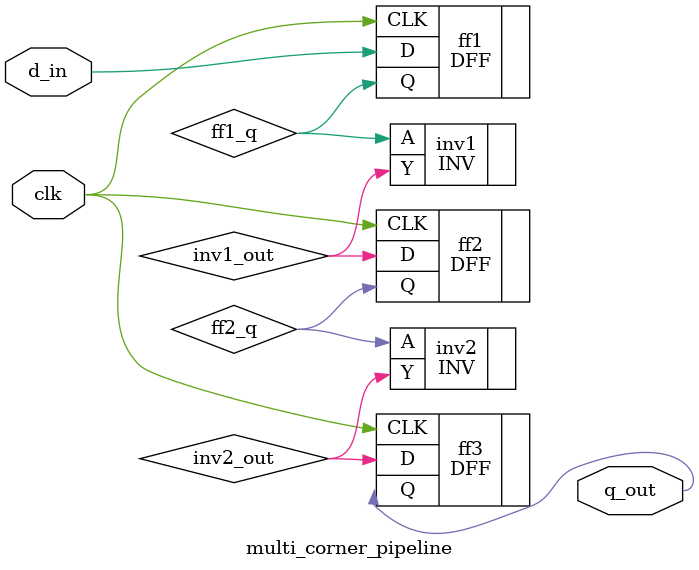
<source format=v>

module multi_corner_pipeline (
    input  wire clk,
    input  wire d_in,
    output wire q_out
);

    // Internal nets
    wire ff1_q;
    wire inv1_out;
    wire ff2_q;
    wire inv2_out;

    // Stage 1: Input FF and logic
    DFF ff1 (
        .D(d_in),
        .CLK(clk),
        .Q(ff1_q)
    );

    INV inv1 (
        .A(ff1_q),
        .Y(inv1_out)
    );

    // Stage 2: Middle FF and logic
    DFF ff2 (
        .D(inv1_out),
        .CLK(clk),
        .Q(ff2_q)
    );

    INV inv2 (
        .A(ff2_q),
        .Y(inv2_out)
    );

    // Stage 3: Output FF
    DFF ff3 (
        .D(inv2_out),
        .CLK(clk),
        .Q(q_out)
    );

endmodule

</source>
